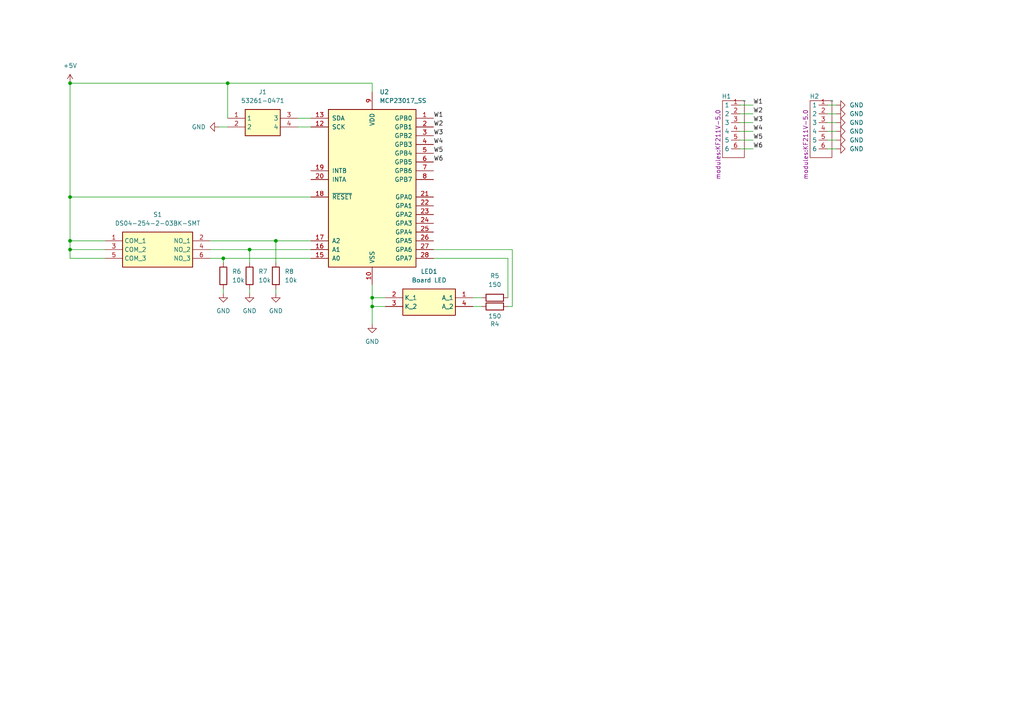
<source format=kicad_sch>
(kicad_sch (version 20250114) (generator "eeschema") (generator_version "9.0")
  (paper "A4")
  (lib_symbols
    (symbol "Device:R" (pin_numbers (hide yes)) (pin_names (offset 0))
      (property "Reference" "R" (at 2.032 0 90))
      (property "Value" "R" (at 0 0 90))
      (symbol "R_0_1"
        (rectangle (start -1.016 -2.54) (end 1.016 2.54) (stroke (width 0.254)))
      )
      (symbol "R_1_1"
        (pin passive line (at 0 3.81 270) (length 1.27) (name "~") (number "1"))
        (pin passive line (at 0 -3.81 90) (length 1.27) (name "~") (number "2"))
      )
    )
    (symbol "Interface_Expansion:MCP23017_SS" (pin_names (offset 1.016))
      (property "Reference" "U" (at -11.43 24.13 0))
      (property "Value" "MCP23017_SS" (at 0 0 0))
      (symbol "MCP23017_SS_0_1"
        (rectangle (start -12.7 22.86) (end 12.7 -22.86) (stroke (width 0.254)) (fill (type background)))
      )
      (symbol "MCP23017_SS_1_1"
        (pin bidirectional line (at -17.78 20.32 0) (length 5.08) (name "SDA") (number "13"))
        (pin input line (at -17.78 17.78 0) (length 5.08) (name "SCK") (number "12"))
        (pin tri_state line (at -17.78 5.08 0) (length 5.08) (name "INTB") (number "19"))
        (pin tri_state line (at -17.78 2.54 0) (length 5.08) (name "INTA") (number "20"))
        (pin input line (at -17.78 -2.54 0) (length 5.08) (name "~{RESET}") (number "18"))
        (pin input line (at -17.78 -15.24 0) (length 5.08) (name "A2") (number "17"))
        (pin input line (at -17.78 -17.78 0) (length 5.08) (name "A1") (number "16"))
        (pin input line (at -17.78 -20.32 0) (length 5.08) (name "A0") (number "15"))
        (pin no_connect line (at -12.7 15.24 0) (length 5.08) (hide yes) (name "NC") (number "11"))
        (pin no_connect line (at -12.7 12.7 0) (length 5.08) (hide yes) (name "NC") (number "14"))
        (pin power_in line (at 0 27.94 270) (length 5.08) (name "VDD") (number "9"))
        (pin power_in line (at 0 -27.94 90) (length 5.08) (name "VSS") (number "10"))
        (pin bidirectional line (at 17.78 20.32 180) (length 5.08) (name "GPB0") (number "1"))
        (pin bidirectional line (at 17.78 17.78 180) (length 5.08) (name "GPB1") (number "2"))
        (pin bidirectional line (at 17.78 15.24 180) (length 5.08) (name "GPB2") (number "3"))
        (pin bidirectional line (at 17.78 12.7 180) (length 5.08) (name "GPB3") (number "4"))
        (pin bidirectional line (at 17.78 10.16 180) (length 5.08) (name "GPB4") (number "5"))
        (pin bidirectional line (at 17.78 7.62 180) (length 5.08) (name "GPB5") (number "6"))
        (pin bidirectional line (at 17.78 5.08 180) (length 5.08) (name "GPB6") (number "7"))
        (pin bidirectional line (at 17.78 2.54 180) (length 5.08) (name "GPB7") (number "8"))
        (pin bidirectional line (at 17.78 -2.54 180) (length 5.08) (name "GPA0") (number "21"))
        (pin bidirectional line (at 17.78 -5.08 180) (length 5.08) (name "GPA1") (number "22"))
        (pin bidirectional line (at 17.78 -7.62 180) (length 5.08) (name "GPA2") (number "23"))
        (pin bidirectional line (at 17.78 -10.16 180) (length 5.08) (name "GPA3") (number "24"))
        (pin bidirectional line (at 17.78 -12.7 180) (length 5.08) (name "GPA4") (number "25"))
        (pin bidirectional line (at 17.78 -15.24 180) (length 5.08) (name "GPA5") (number "26"))
        (pin bidirectional line (at 17.78 -17.78 180) (length 5.08) (name "GPA6") (number "27"))
        (pin bidirectional line (at 17.78 -20.32 180) (length 5.08) (name "GPA7") (number "28"))
      )
    )
    (symbol "KF211V-5.0_1"
      (property "Reference" "H" (at 1.27 17.78 0))
      (property "Footprint" "Simple Wire Module:KF211V-5.0" (at 16.51 -1.27 0))
      (symbol "KF211V-5.0_1_0_1"
        (rectangle (start 0 16.51) (end 6.35 0))
      )
      (symbol "KF211V-5.0_1_1_1"
        (pin bidirectional line (at 1.27 13.97 0) (length 2.54) (name "6") (number "6"))
        (pin bidirectional line (at 1.27 11.43 0) (length 2.54) (name "5") (number "5"))
        (pin bidirectional line (at 1.27 8.89 0) (length 2.54) (name "4") (number "4"))
        (pin bidirectional line (at 1.27 6.35 0) (length 2.54) (name "3") (number "3"))
        (pin bidirectional line (at 1.27 3.81 0) (length 2.54) (name "2") (number "2"))
        (pin bidirectional line (at 1.27 1.27 0) (length 2.54) (name "1") (number "1"))
      )
    )
    (symbol "Simple Wire Module:53261-0471"
      (property "Reference" "J" (at 16.51 7.62 0))
      (property "Value" "53261-0471" (at 16.51 5.08 0))
      (symbol "53261-0471_1_1"
        (rectangle (start 5.08 2.54) (end 15.24 -5.08) (stroke (width 0.254)) (fill (type background)))
        (pin passive line (at 0 0 0) (length 5.08) (name "1") (number "1"))
        (pin passive line (at 0 -2.54 0) (length 5.08) (name "2") (number "2"))
        (pin passive line (at 20.32 0 180) (length 5.08) (name "3") (number "3"))
        (pin passive line (at 20.32 -2.54 180) (length 5.08) (name "4") (number "4"))
      )
    )
    (symbol "Simple Wire Module:APHBM2012SURKCGKC"
      (property "Reference" "LED" (at 21.59 7.62 0))
      (property "Value" "APHBM2012SURKCGKC" (at 21.59 5.08 0))
      (symbol "APHBM2012SURKCGKC_1_1"
        (rectangle (start 5.08 2.54) (end 20.32 -5.08) (stroke (width 0.254)) (fill (type background)))
        (pin passive line (at 0 0 0) (length 5.08) (name "K_1") (number "2"))
        (pin passive line (at 0 -2.54 0) (length 5.08) (name "K_2") (number "3"))
        (pin passive line (at 25.4 0 180) (length 5.08) (name "A_1") (number "1"))
        (pin passive line (at 25.4 -2.54 180) (length 5.08) (name "A_2") (number "4"))
      )
    )
    (symbol "Simple Wire Module:KF211V-5.0"
      (property "Reference" "H" (at 1.27 17.78 0))
      (property "Footprint" "Simple Wire Module:KF211V-5.0" (at 16.51 -1.27 0))
      (symbol "KF211V-5.0_0_1"
        (rectangle (start 0 16.51) (end 6.35 0))
      )
      (symbol "KF211V-5.0_1_1"
        (pin bidirectional line (at 1.27 13.97 0) (length 2.54) (name "6") (number "6"))
        (pin bidirectional line (at 1.27 11.43 0) (length 2.54) (name "5") (number "5"))
        (pin bidirectional line (at 1.27 8.89 0) (length 2.54) (name "4") (number "4"))
        (pin bidirectional line (at 1.27 6.35 0) (length 2.54) (name "3") (number "3"))
        (pin bidirectional line (at 1.27 3.81 0) (length 2.54) (name "2") (number "2"))
        (pin bidirectional line (at 1.27 1.27 0) (length 2.54) (name "1") (number "1"))
      )
    )
    (symbol "modules:DS04-254-2-03BK-SMT"
      (property "Reference" "S" (at 26.67 7.62 0))
      (property "Value" "DS04-254-2-03BK-SMT" (at 26.67 5.08 0))
      (symbol "DS04-254-2-03BK-SMT_1_1"
        (rectangle (start 5.08 2.54) (end 25.4 -7.62) (stroke (width 0.254)) (fill (type background)))
        (pin passive line (at 0 0 0) (length 5.08) (name "COM_1") (number "1"))
        (pin passive line (at 0 -2.54 0) (length 5.08) (name "COM_2") (number "3"))
        (pin passive line (at 0 -5.08 0) (length 5.08) (name "COM_3") (number "5"))
        (pin passive line (at 30.48 0 180) (length 5.08) (name "NO_1") (number "2"))
        (pin passive line (at 30.48 -2.54 180) (length 5.08) (name "NO_2") (number "4"))
        (pin passive line (at 30.48 -5.08 180) (length 5.08) (name "NO_3") (number "6"))
      )
    )
    (symbol "power:+5V" (power) (pin_names (offset 0))
      (property "Value" "+5V" (at 0 3.556 0))
      (symbol "+5V_0_1"
        (polyline (pts (xy -0.762 1.27) (xy 0 2.54)))
        (polyline (pts (xy 0 2.54) (xy 0.762 1.27)))
        (polyline (pts (xy 0 0) (xy 0 2.54)))
      )
      (symbol "+5V_1_1"
        (pin power_in line (at 0 0 90) (length 0) (hide yes) (name "+5V") (number "1"))
      )
    )
    (symbol "power:GND" (power) (pin_names (offset 0))
      (property "Value" "GND" (at 0 -3.81 0))
      (symbol "GND_0_1"
        (polyline (pts (xy 0 0) (xy 0 -1.27) (xy 1.27 -1.27) (xy 0 -2.54) (xy -1.27 -1.27) (xy 0 -1.27)))
      )
      (symbol "GND_1_1"
        (pin power_in line (at 0 0 270) (length 0) (hide yes) (name "GND") (number "1"))
      )
    )
  )
  (junction (at 80.01 69.85))
  (junction (at 66.04 24.13))
  (junction (at 107.95 88.9))
  (junction (at 107.95 86.36))
  (junction (at 20.32 72.39))
  (junction (at 20.32 57.15))
  (junction (at 72.39 72.39))
  (junction (at 64.77 74.93))
  (junction (at 20.32 69.85))
  (junction (at 20.32 24.13))
  (wire (pts (xy 63.5 36.83) (xy 66.04 36.83)))
  (wire (pts (xy 107.95 86.36) (xy 107.95 82.55)))
  (wire (pts (xy 20.32 24.13) (xy 20.32 57.15)))
  (wire (pts (xy 214.63 35.56) (xy 218.44 35.56)))
  (wire (pts (xy 72.39 72.39) (xy 72.39 76.2)))
  (wire (pts (xy 64.77 74.93) (xy 64.77 76.2)))
  (wire (pts (xy 240.03 43.18) (xy 242.57 43.18)))
  (wire (pts (xy 20.32 57.15) (xy 20.32 69.85)))
  (wire (pts (xy 214.63 30.48) (xy 218.44 30.48)))
  (wire (pts (xy 20.32 69.85) (xy 20.32 72.39)))
  (wire (pts (xy 214.63 43.18) (xy 218.44 43.18)))
  (wire (pts (xy 137.16 88.9) (xy 139.7 88.9)))
  (wire (pts (xy 148.59 72.39) (xy 148.59 88.9)))
  (wire (pts (xy 20.32 24.13) (xy 66.04 24.13)))
  (wire (pts (xy 66.04 24.13) (xy 66.04 34.29)))
  (wire (pts (xy 214.63 38.1) (xy 218.44 38.1)))
  (wire (pts (xy 72.39 72.39) (xy 90.17 72.39)))
  (wire (pts (xy 125.73 72.39) (xy 148.59 72.39)))
  (wire (pts (xy 214.63 40.64) (xy 218.44 40.64)))
  (wire (pts (xy 107.95 86.36) (xy 111.76 86.36)))
  (wire (pts (xy 86.36 36.83) (xy 90.17 36.83)))
  (wire (pts (xy 64.77 74.93) (xy 90.17 74.93)))
  (wire (pts (xy 148.59 88.9) (xy 147.32 88.9)))
  (wire (pts (xy 214.63 33.02) (xy 218.44 33.02)))
  (wire (pts (xy 137.16 86.36) (xy 139.7 86.36)))
  (wire (pts (xy 80.01 69.85) (xy 90.17 69.85)))
  (wire (pts (xy 66.04 24.13) (xy 107.95 24.13)))
  (wire (pts (xy 240.03 38.1) (xy 242.57 38.1)))
  (wire (pts (xy 240.03 40.64) (xy 242.57 40.64)))
  (wire (pts (xy 60.96 69.85) (xy 80.01 69.85)))
  (wire (pts (xy 125.73 74.93) (xy 147.32 74.93)))
  (wire (pts (xy 20.32 72.39) (xy 30.48 72.39)))
  (wire (pts (xy 147.32 74.93) (xy 147.32 86.36)))
  (wire (pts (xy 240.03 30.48) (xy 242.57 30.48)))
  (wire (pts (xy 80.01 85.09) (xy 80.01 83.82)))
  (wire (pts (xy 240.03 35.56) (xy 242.57 35.56)))
  (wire (pts (xy 240.03 33.02) (xy 242.57 33.02)))
  (wire (pts (xy 107.95 93.98) (xy 107.95 88.9)))
  (wire (pts (xy 20.32 69.85) (xy 30.48 69.85)))
  (wire (pts (xy 86.36 34.29) (xy 90.17 34.29)))
  (wire (pts (xy 80.01 69.85) (xy 80.01 76.2)))
  (wire (pts (xy 107.95 88.9) (xy 107.95 86.36)))
  (wire (pts (xy 64.77 85.09) (xy 64.77 83.82)))
  (wire (pts (xy 60.96 74.93) (xy 64.77 74.93)))
  (wire (pts (xy 20.32 57.15) (xy 90.17 57.15)))
  (wire (pts (xy 60.96 72.39) (xy 72.39 72.39)))
  (wire (pts (xy 107.95 24.13) (xy 107.95 26.67)))
  (wire (pts (xy 20.32 72.39) (xy 20.32 74.93)))
  (wire (pts (xy 20.32 74.93) (xy 30.48 74.93)))
  (wire (pts (xy 72.39 85.09) (xy 72.39 83.82)))
  (wire (pts (xy 107.95 88.9) (xy 111.76 88.9)))
  (label "W2" (at 125.73 36.83 0))
  (label "W4" (at 218.44 38.1 0))
  (label "W2" (at 218.44 33.02 0))
  (label "W4" (at 125.73 41.91 0))
  (label "W6" (at 218.44 43.18 0))
  (label "W5" (at 218.44 40.64 0))
  (label "W6" (at 125.73 46.99 0))
  (label "W1" (at 218.44 30.48 0))
  (label "W3" (at 125.73 39.37 0))
  (label "W5" (at 125.73 44.45 0))
  (label "W3" (at 218.44 35.56 0))
  (label "W1" (at 125.73 34.29 0))
  (symbol (lib_name "KF211V-5.0_1") (lib_id "Simple Wire Module:KF211V-5.0") (at 215.9 29.21 180) (unit 1)
    (property "Reference" "H1" (at 212.09 27.94 0) (effects (justify left)))
    (property "Value" "~" (at 215.9 29.21 0))
    (property "Footprint" "modules:KF211V-5.0" (at 208.28 41.91 90))
  )
  (symbol (lib_id "Simple Wire Module:KF211V-5.0") (at 241.3 29.21 180) (unit 1)
    (property "Reference" "H2" (at 236.22 27.94 0))
    (property "Value" "~" (at 241.3 29.21 0))
    (property "Footprint" "modules:KF211V-5.0" (at 233.68 41.91 90))
  )
  (symbol (lib_id "power:GND") (at 64.77 85.09 0) (unit 1)
    (property "Reference" "#PWR015" (effects (hide yes)))
    (property "Value" "GND" (at 64.77 90.17 0))
    (property "Description" "Power symbol creates a global label with name \"GND\" , ground" (effects (hide yes)))
  )
  (symbol (lib_id "power:GND") (at 107.95 93.98 0) (unit 1)
    (property "Reference" "#PWR018" (effects (hide yes)))
    (property "Value" "GND" (at 107.95 99.06 0))
    (property "Description" "Power symbol creates a global label with name \"GND\" , ground" (effects (hide yes)))
  )
  (symbol (lib_id "power:GND") (at 242.57 33.02 90) (unit 1)
    (property "Reference" "#PWR02" (effects (hide yes)))
    (property "Value" "GND" (at 246.38 33.02 90) (effects (justify right)))
  )
  (symbol (lib_id "power:GND") (at 72.39 85.09 0) (unit 1)
    (property "Reference" "#PWR016" (effects (hide yes)))
    (property "Value" "GND" (at 72.39 90.17 0))
    (property "Description" "Power symbol creates a global label with name \"GND\" , ground" (effects (hide yes)))
  )
  (symbol (lib_id "Device:R") (at 72.39 80.01 180) (unit 1)
    (property "Reference" "R7" (at 74.93 78.7399 0) (effects (justify right)))
    (property "Value" "10k" (at 74.93 81.2799 0) (effects (justify right)))
    (property "Footprint" "Resistor_SMD:R_0805_2012Metric_Pad1.20x1.40mm_HandSolder" (effects (hide yes)))
    (property "Description" "Resistor" (effects (hide yes)))
  )
  (symbol (lib_id "power:GND") (at 242.57 35.56 90) (unit 1)
    (property "Reference" "#PWR03" (effects (hide yes)))
    (property "Value" "GND" (at 246.38 35.56 90) (effects (justify right)))
  )
  (symbol (lib_id "Device:R") (at 64.77 80.01 180) (unit 1)
    (property "Reference" "R6" (at 67.31 78.7399 0) (effects (justify right)))
    (property "Value" "10k" (at 67.31 81.2799 0) (effects (justify right)))
    (property "Footprint" "Resistor_SMD:R_0805_2012Metric_Pad1.20x1.40mm_HandSolder" (effects (hide yes)))
    (property "Description" "Resistor" (effects (hide yes)))
  )
  (symbol (lib_id "Device:R") (at 143.51 88.9 90) (unit 1)
    (property "Reference" "R4" (at 143.51 93.98 90))
    (property "Value" "150" (at 143.51 91.694 90))
    (property "Footprint" "Resistor_SMD:R_0805_2012Metric_Pad1.20x1.40mm_HandSolder" (effects (hide yes)))
  )
  (symbol (lib_id "modules:DS04-254-2-03BK-SMT") (at 30.48 69.85 0) (unit 1)
    (property "Reference" "S1" (at 45.72 62.23 0))
    (property "Value" "DS04-254-2-03BK-SMT" (at 45.72 64.77 0))
    (property "Footprint" "DS04254203BKSMT" (effects (hide yes)))
    (property "Datasheet" "https://datasheet.datasheetarchive.com/originals/distributors/Datasheets_SAMA/c6ff744c627a82ac82db8ce1595a468c.pdf" (effects (hide yes)))
    (property "Description" "DIP Switches / SIP Switches DIP Switch, SPST, 2.54 pitch, flat actuator, SMT, 3 position, Black" (effects (hide yes)))
    (property "Height" "4.3" (effects (hide yes)))
    (property "Mouser Part Number" "490-DS04254203BK-SMT" (effects (hide yes)))
    (property "Mouser Price/Stock" "https://www.mouser.co.uk/ProductDetail/CUI-Devices/DS04-254-2-03BK-SMT?qs=wnTfsH77Xs6HyisDGRVjIg%3D%3D" (effects (hide yes)))
    (property "Manufacturer_Name" "CUI Devices" (effects (hide yes)))
    (property "Manufacturer_Part_Number" "DS04-254-2-03BK-SMT" (effects (hide yes)))
  )
  (symbol (lib_id "Device:R") (at 80.01 80.01 0) (unit 1)
    (property "Reference" "R8" (at 82.55 78.7399 0) (effects (justify left)))
    (property "Value" "10k" (at 82.55 81.2799 0) (effects (justify left)))
    (property "Footprint" "Resistor_SMD:R_0805_2012Metric_Pad1.20x1.40mm_HandSolder" (effects (hide yes)))
    (property "Description" "Resistor" (effects (hide yes)))
  )
  (symbol (lib_id "power:GND") (at 242.57 43.18 90) (unit 1)
    (property "Reference" "#PWR06" (effects (hide yes)))
    (property "Value" "GND" (at 246.38 43.18 90) (effects (justify right)))
  )
  (symbol (lib_id "power:GND") (at 63.5 36.83 270) (unit 1)
    (property "Reference" "#PWR09" (effects (hide yes)))
    (property "Value" "GND" (at 59.69 36.8299 90) (effects (justify right)))
  )
  (symbol (lib_id "power:+5V") (at 20.32 24.13 0) (unit 1)
    (property "Reference" "#PWR014" (effects (hide yes)))
    (property "Value" "+5V" (at 20.32 19.05 0))
    (property "Description" "Power symbol creates a global label with name \"+5V\"" (effects (hide yes)))
  )
  (symbol (lib_id "power:GND") (at 242.57 30.48 90) (unit 1)
    (property "Reference" "#PWR01" (effects (hide yes)))
    (property "Value" "GND" (at 246.38 30.48 90) (effects (justify right)))
  )
  (symbol (lib_id "power:GND") (at 242.57 40.64 90) (unit 1)
    (property "Reference" "#PWR05" (effects (hide yes)))
    (property "Value" "GND" (at 246.38 40.64 90) (effects (justify right)))
  )
  (symbol (lib_id "Interface_Expansion:MCP23017_SS") (at 107.95 54.61 0) (unit 1)
    (property "Reference" "U2" (at 110.0933 26.67 0) (effects (justify left)))
    (property "Value" "MCP23017_SS" (at 110.0933 29.21 0) (effects (justify left)))
    (property "Footprint" "Package_SO:SSOP-28_5.3x10.2mm_P0.65mm" (effects (hide yes)))
    (property "Datasheet" "https://ww1.microchip.com/downloads/aemDocuments/documents/APID/ProductDocuments/DataSheets/MCP23017-Data-Sheet-DS20001952.pdf" (effects (hide yes)))
    (property "Description" "16-bit I/O expander, I2C, interrupts, w pull-ups, SSOP-28" (effects (hide yes)))
  )
  (symbol (lib_id "Device:R") (at 143.51 86.36 90) (unit 1)
    (property "Reference" "R5" (at 143.51 80.01 90))
    (property "Value" "150" (at 143.51 82.55 90))
    (property "Footprint" "Resistor_SMD:R_0805_2012Metric_Pad1.20x1.40mm_HandSolder" (effects (hide yes)))
  )
  (symbol (lib_id "power:GND") (at 80.01 85.09 0) (unit 1)
    (property "Reference" "#PWR017" (effects (hide yes)))
    (property "Value" "GND" (at 80.01 90.17 0))
    (property "Description" "Power symbol creates a global label with name \"GND\" , ground" (effects (hide yes)))
  )
  (symbol (lib_id "Simple Wire Module:53261-0471") (at 66.04 34.29 0) (unit 1)
    (property "Reference" "J1" (at 76.2 26.67 0))
    (property "Value" "53261-0471" (at 76.2 29.21 0))
    (property "Footprint" "modules:PicoBlade 4pin 53261-0471" (effects (hide yes)))
    (property "Datasheet" "http://www.molex.com/webdocs/datasheets/pdf/en-us//0532610471_PCB_HEADERS.pdf" (effects (hide yes)))
    (property "Mouser Part Number" "538-53261-0471" (effects (hide yes)))
    (property "Mouser Price/Stock" "https://www.mouser.co.uk/ProductDetail/Molex/53261-0471?qs=%252B72YyncTwW9e3et3PwnEMw%3D%3D" (effects (hide yes)))
    (property "Manufacturer_Name" "Molex" (effects (hide yes)))
    (property "Manufacturer_Part_Number" "53261-0471" (effects (hide yes)))
  )
  (symbol (lib_id "power:GND") (at 242.57 38.1 90) (unit 1)
    (property "Reference" "#PWR04" (effects (hide yes)))
    (property "Value" "GND" (at 246.38 38.1 90) (effects (justify right)))
  )
  (symbol (lib_id "Simple Wire Module:APHBM2012SURKCGKC") (at 111.76 86.36 0) (unit 1)
    (property "Reference" "LED1" (at 124.46 78.74 0))
    (property "Value" "Board LED" (at 124.46 81.28 0))
    (property "Footprint" "modules:LED GreenRed APHBM2012SURKCGKC" (effects (hide yes)))
    (property "Height" "0.45" (effects (hide yes)))
    (property "Mouser Part Number" "604-BM2012SURKCGKC" (effects (hide yes)))
    (property "Mouser Price/Stock" "https://www.mouser.co.uk/ProductDetail/Kingbright/APHBM2012SURKCGKC?qs=mWUXtl%252BhaIKZSpp3TSJ%2FQA%3D%3D" (effects (hide yes)))
    (property "Manufacturer_Name" "Kingbright" (effects (hide yes)))
    (property "Manufacturer_Part_Number" "APHBM2012SURKCGKC" (effects (hide yes)))
  )
)
</source>
